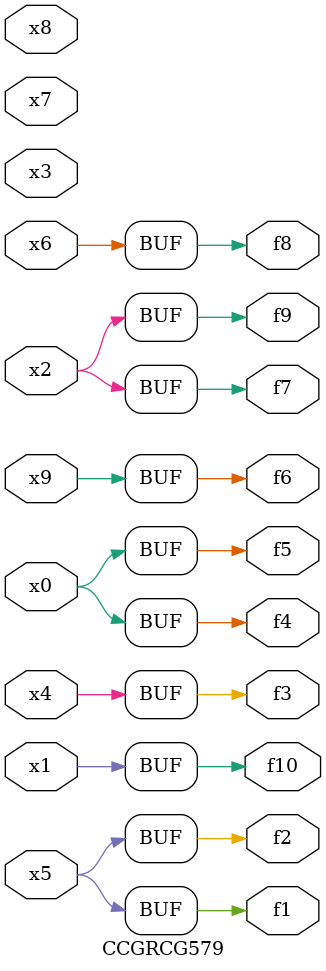
<source format=v>
module CCGRCG579(
	input x0, x1, x2, x3, x4, x5, x6, x7, x8, x9,
	output f1, f2, f3, f4, f5, f6, f7, f8, f9, f10
);
	assign f1 = x5;
	assign f2 = x5;
	assign f3 = x4;
	assign f4 = x0;
	assign f5 = x0;
	assign f6 = x9;
	assign f7 = x2;
	assign f8 = x6;
	assign f9 = x2;
	assign f10 = x1;
endmodule

</source>
